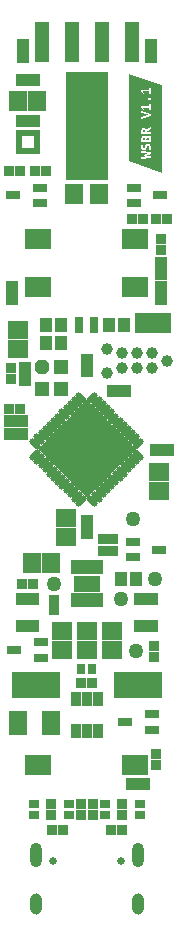
<source format=gbr>
%TF.GenerationSoftware,Altium Limited,Altium Designer,24.2.2 (26)*%
G04 Layer_Color=8388736*
%FSLAX45Y45*%
%MOMM*%
%TF.SameCoordinates,505FE19A-96A0-4540-A324-069B6CBC3D10*%
%TF.FilePolarity,Negative*%
%TF.FileFunction,Soldermask,Top*%
%TF.Part,Single*%
G01*
G75*
%TA.AperFunction,ComponentPad*%
G04:AMPARAMS|DCode=45|XSize=1mm|YSize=1.8mm|CornerRadius=0.5mm|HoleSize=0mm|Usage=FLASHONLY|Rotation=180.000|XOffset=0mm|YOffset=0mm|HoleType=Round|Shape=RoundedRectangle|*
%AMROUNDEDRECTD45*
21,1,1.00000,0.80000,0,0,180.0*
21,1,0.00000,1.80000,0,0,180.0*
1,1,1.00000,0.00000,0.40000*
1,1,1.00000,0.00000,0.40000*
1,1,1.00000,0.00000,-0.40000*
1,1,1.00000,0.00000,-0.40000*
%
%ADD45ROUNDEDRECTD45*%
G04:AMPARAMS|DCode=46|XSize=1mm|YSize=2.1mm|CornerRadius=0.5mm|HoleSize=0mm|Usage=FLASHONLY|Rotation=180.000|XOffset=0mm|YOffset=0mm|HoleType=Round|Shape=RoundedRectangle|*
%AMROUNDEDRECTD46*
21,1,1.00000,1.10000,0,0,180.0*
21,1,0.00000,2.10000,0,0,180.0*
1,1,1.00000,0.00000,0.55000*
1,1,1.00000,0.00000,0.55000*
1,1,1.00000,0.00000,-0.55000*
1,1,1.00000,0.00000,-0.55000*
%
%ADD46ROUNDEDRECTD46*%
%ADD47C,0.65000*%
%ADD48C,1.00000*%
%TA.AperFunction,SMDPad,CuDef*%
%ADD68R,0.98000X0.98000*%
%ADD69P,8.28729X4X360.0*%
G04:AMPARAMS|DCode=70|XSize=0.51mm|YSize=1.11mm|CornerRadius=0mm|HoleSize=0mm|Usage=FLASHONLY|Rotation=315.000|XOffset=0mm|YOffset=0mm|HoleType=Round|Shape=Round|*
%AMOVALD70*
21,1,0.60000,0.51000,0.00000,0.00000,45.0*
1,1,0.51000,-0.21213,-0.21213*
1,1,0.51000,0.21213,0.21213*
%
%ADD70OVALD70*%

G04:AMPARAMS|DCode=71|XSize=0.51mm|YSize=1.11mm|CornerRadius=0mm|HoleSize=0mm|Usage=FLASHONLY|Rotation=45.000|XOffset=0mm|YOffset=0mm|HoleType=Round|Shape=Round|*
%AMOVALD71*
21,1,0.60000,0.51000,0.00000,0.00000,135.0*
1,1,0.51000,0.21213,-0.21213*
1,1,0.51000,-0.21213,0.21213*
%
%ADD71OVALD71*%

%TA.AperFunction,BGAPad,CuDef*%
%ADD72C,1.00320*%
%TA.AperFunction,SMDPad,CuDef*%
%ADD73R,1.16000X1.26000*%
G04:AMPARAMS|DCode=74|XSize=1.16mm|YSize=1.26mm|CornerRadius=0mm|HoleSize=0mm|Usage=FLASHONLY|Rotation=0.000|XOffset=0mm|YOffset=0mm|HoleType=Round|Shape=Octagon|*
%AMOCTAGOND74*
4,1,8,-0.29000,0.63000,0.29000,0.63000,0.58000,0.34000,0.58000,-0.34000,0.29000,-0.63000,-0.29000,-0.63000,-0.58000,-0.34000,-0.58000,0.34000,-0.29000,0.63000,0.0*
%
%ADD74OCTAGOND74*%

%ADD75R,3.66360X9.25160*%
%ADD76R,1.55540X1.65700*%
%ADD77R,2.26000X1.76000*%
%ADD78R,0.98000X0.98000*%
%ADD79R,1.28000X3.43000*%
%ADD80R,1.56000X1.71000*%
%ADD81R,1.56000X2.06000*%
%ADD82R,1.71000X1.56000*%
%ADD83R,0.66000X1.11000*%
%ADD84R,0.81000X0.81000*%
%ADD85R,0.81000X0.81000*%
%ADD86R,0.86000X1.26000*%
%ADD87R,0.51000X1.21000*%
%ADD88R,2.26000X1.45000*%
%ADD89R,1.06000X1.21000*%
%ADD90C,1.26000*%
%ADD91R,4.06000X2.29000*%
%ADD92R,1.16000X0.76000*%
%ADD93R,0.51000X0.53500*%
%ADD94R,0.53500X0.51000*%
%ADD95R,0.76000X0.96000*%
%ADD96R,0.96000X0.76000*%
%ADD97R,0.76000X0.66000*%
%TA.AperFunction,ViaPad*%
%ADD98C,0.86000*%
G36*
X4540000Y9180000D02*
Y8840000D01*
Y8440000D01*
X4260000Y8540000D01*
Y9280000D01*
X4540000Y9180000D01*
D02*
G37*
%LPC*%
G36*
X4439430Y9161853D02*
X4426354D01*
Y9144553D01*
X4359968D01*
Y9161853D01*
D01*
Y9107135D01*
X4439430D01*
X4373145D01*
X4385215Y9111963D01*
X4375559Y9129465D01*
X4426354D01*
Y9109348D01*
X4439430D01*
Y9161853D01*
D02*
G37*
G36*
X4440838Y9077765D02*
D01*
Y9065795D01*
X4440737Y9067606D01*
X4440536Y9068411D01*
X4440335Y9069115D01*
X4440234Y9069718D01*
X4440033Y9070121D01*
X4439932Y9070422D01*
Y9070523D01*
X4439128Y9072032D01*
X4438725Y9072635D01*
X4438323Y9073239D01*
X4438021Y9073641D01*
X4437720Y9073943D01*
X4437518Y9074144D01*
X4437418Y9074244D01*
X4436110Y9075351D01*
X4434903Y9076156D01*
X4434400Y9076357D01*
X4433998Y9076558D01*
X4433797Y9076759D01*
X4433696D01*
X4432087Y9077363D01*
X4430679Y9077664D01*
X4430075Y9077765D01*
X4429170D01*
X4427359Y9077564D01*
X4426555Y9077463D01*
X4425951Y9077262D01*
X4425348Y9077061D01*
X4424945Y9076960D01*
X4424644Y9076759D01*
X4424543D01*
X4423034Y9075954D01*
X4422330Y9075552D01*
X4421827Y9075150D01*
X4421324Y9074848D01*
X4421023Y9074546D01*
X4420821Y9074345D01*
X4420721Y9074244D01*
X4419614Y9073037D01*
X4418810Y9071830D01*
X4418609Y9071328D01*
X4418407Y9070925D01*
X4418206Y9070623D01*
Y9070523D01*
X4417603Y9068813D01*
X4417402Y9068008D01*
X4417301Y9067304D01*
X4417200Y9066701D01*
Y9065795D01*
X4417402Y9064086D01*
X4417502Y9063281D01*
X4417703Y9062677D01*
X4417905Y9062074D01*
X4418005Y9061671D01*
X4418206Y9061370D01*
Y9061269D01*
X4419011Y9059760D01*
X4419816Y9058654D01*
X4420117Y9058151D01*
X4420419Y9057849D01*
X4420620Y9057648D01*
X4420721Y9057548D01*
X4422028Y9056542D01*
X4423236Y9055737D01*
X4423738Y9055536D01*
X4424141Y9055335D01*
X4424443Y9055134D01*
X4424543D01*
X4426152Y9054631D01*
X4427661Y9054329D01*
X4428265D01*
X4428768Y9054228D01*
X4417200D01*
X4440838D01*
Y9077765D01*
D02*
G37*
G36*
X4439430Y9025864D02*
X4426354D01*
Y9008563D01*
X4359968D01*
Y8996191D01*
X4373145Y8971146D01*
X4359968D01*
D01*
X4439430D01*
Y9025864D01*
D02*
G37*
G36*
Y8964105D02*
Y8939864D01*
X4360471Y8964105D01*
Y8948313D01*
X4407142Y8935036D01*
X4423638Y8930611D01*
X4408047Y8926285D01*
X4360471Y8913008D01*
Y8896211D01*
X4439430Y8920250D01*
Y8964105D01*
D02*
G37*
G36*
Y8825199D02*
X4412976Y8812626D01*
X4411165Y8811720D01*
X4409657Y8810815D01*
X4408349Y8810010D01*
X4407243Y8809306D01*
X4406438Y8808703D01*
X4405834Y8808200D01*
X4405432Y8807898D01*
X4405332Y8807797D01*
X4404426Y8806892D01*
X4403622Y8805987D01*
X4403119Y8805082D01*
X4402616Y8804277D01*
X4402314Y8803472D01*
X4402113Y8802969D01*
X4402012Y8802567D01*
Y8802467D01*
X4401711Y8803875D01*
X4401409Y8805082D01*
X4401107Y8806289D01*
X4400705Y8807295D01*
X4400403Y8808099D01*
X4400101Y8808803D01*
X4400001Y8809206D01*
X4399900Y8809306D01*
X4399297Y8810513D01*
X4398693Y8811519D01*
X4397989Y8812424D01*
X4397385Y8813229D01*
X4396782Y8813833D01*
X4396380Y8814335D01*
X4396078Y8814637D01*
X4395977Y8814738D01*
X4394971Y8815542D01*
X4393966Y8816247D01*
X4393060Y8816951D01*
X4392155Y8817454D01*
X4391350Y8817856D01*
X4390747Y8818158D01*
X4390244Y8818258D01*
X4390143Y8818359D01*
X4388836Y8818761D01*
X4387428Y8819163D01*
X4386120Y8819365D01*
X4384913Y8819465D01*
X4383907Y8819566D01*
X4383002Y8819666D01*
X4382499D01*
X4382298D01*
X4380085Y8819566D01*
X4378174Y8819365D01*
X4376464Y8818962D01*
X4374955Y8818661D01*
X4373748Y8818258D01*
X4372843Y8817856D01*
X4372340Y8817655D01*
X4372139Y8817554D01*
X4370630Y8816749D01*
X4369322Y8815844D01*
X4368115Y8814838D01*
X4367210Y8813933D01*
X4366406Y8813128D01*
X4365903Y8812424D01*
X4365500Y8812022D01*
X4365400Y8811821D01*
X4364494Y8810413D01*
X4363690Y8808803D01*
X4363086Y8807295D01*
X4362583Y8805886D01*
X4362181Y8804679D01*
X4361879Y8803674D01*
X4361779Y8803271D01*
X4361678Y8802969D01*
Y8802768D01*
X4361276Y8800757D01*
X4360974Y8798644D01*
X4360773Y8796633D01*
X4360572Y8794822D01*
Y8793213D01*
X4360471Y8792609D01*
Y8767966D01*
X4439430D01*
Y8782853D01*
X4406740D01*
Y8785669D01*
X4406840Y8787077D01*
X4407041Y8788284D01*
X4407343Y8789491D01*
X4407645Y8790396D01*
X4408047Y8791201D01*
X4408349Y8791805D01*
X4408550Y8792207D01*
X4408651Y8792308D01*
X4409355Y8793313D01*
X4410260Y8794219D01*
X4411165Y8794923D01*
X4412071Y8795526D01*
X4412875Y8796029D01*
X4413479Y8796331D01*
X4413881Y8796532D01*
X4414082Y8796633D01*
X4439430Y8807797D01*
Y8825199D01*
D02*
G37*
G36*
Y8755494D02*
D01*
Y8724011D01*
X4439329Y8726827D01*
X4439128Y8729443D01*
X4438826Y8731857D01*
X4438524Y8734069D01*
X4438021Y8736182D01*
X4437518Y8738093D01*
X4437016Y8739903D01*
X4436412Y8741412D01*
X4435809Y8742820D01*
X4435306Y8744027D01*
X4434803Y8745033D01*
X4434300Y8745838D01*
X4433998Y8746542D01*
X4433696Y8746944D01*
X4433495Y8747246D01*
X4433394Y8747346D01*
X4432187Y8748755D01*
X4430880Y8750062D01*
X4429472Y8751169D01*
X4428064Y8752074D01*
X4426555Y8752879D01*
X4425046Y8753482D01*
X4423537Y8754086D01*
X4422028Y8754488D01*
X4420721Y8754790D01*
X4419413Y8755091D01*
X4418307Y8755293D01*
X4417301Y8755393D01*
X4416396D01*
X4415792Y8755494D01*
X4360471D01*
X4413881D01*
X4412574Y8755293D01*
X4411467Y8755091D01*
X4410461Y8754890D01*
X4409556Y8754689D01*
X4408953Y8754488D01*
X4408550Y8754387D01*
X4408450Y8754287D01*
X4407343Y8753784D01*
X4406337Y8753281D01*
X4405432Y8752778D01*
X4404627Y8752275D01*
X4404024Y8751772D01*
X4403521Y8751370D01*
X4403219Y8751169D01*
X4403119Y8751068D01*
X4401509Y8749459D01*
X4400906Y8748654D01*
X4400403Y8747950D01*
X4400001Y8747346D01*
X4399699Y8746844D01*
X4399498Y8746441D01*
X4399397Y8746341D01*
X4398894Y8745335D01*
X4398492Y8744329D01*
X4398090Y8743424D01*
X4397888Y8742518D01*
X4397687Y8741814D01*
X4397587Y8741211D01*
X4397486Y8740809D01*
Y8740708D01*
X4397084Y8741814D01*
X4396581Y8742820D01*
X4396078Y8743625D01*
X4395575Y8744430D01*
X4395173Y8745033D01*
X4394871Y8745435D01*
X4394670Y8745737D01*
X4394569Y8745838D01*
X4393161Y8747346D01*
X4392457Y8747950D01*
X4391853Y8748453D01*
X4391250Y8748855D01*
X4390847Y8749258D01*
X4390546Y8749358D01*
X4390445Y8749459D01*
X4388635Y8750465D01*
X4387729Y8750867D01*
X4386925Y8751169D01*
X4386321Y8751370D01*
X4385818Y8751571D01*
X4385416Y8751672D01*
X4385315D01*
X4383203Y8752074D01*
X4382197Y8752175D01*
X4381292Y8752275D01*
X4380588Y8752376D01*
X4379984D01*
X4379582D01*
X4379481D01*
X4377772Y8752275D01*
X4376162Y8752074D01*
X4374653Y8751772D01*
X4373245Y8751370D01*
X4371938Y8750766D01*
X4370731Y8750263D01*
X4369725Y8749660D01*
X4368719Y8749056D01*
X4367914Y8748352D01*
X4367210Y8747749D01*
X4366607Y8747246D01*
X4366104Y8746743D01*
X4365701Y8746240D01*
X4365400Y8745938D01*
X4365299Y8745737D01*
X4365199Y8745637D01*
X4364394Y8744329D01*
X4363589Y8742820D01*
X4362483Y8739602D01*
X4361578Y8736282D01*
X4361075Y8732963D01*
X4360873Y8731454D01*
X4360672Y8730046D01*
X4360572Y8728738D01*
Y8727632D01*
X4360471Y8726727D01*
Y8699971D01*
X4439430D01*
Y8755494D01*
D02*
G37*
G36*
X4416698Y8685890D02*
X4415591D01*
X4413881Y8685789D01*
X4412272Y8685588D01*
X4410864Y8685387D01*
X4409556Y8685085D01*
X4408651Y8684683D01*
X4407846Y8684481D01*
X4407444Y8684280D01*
X4407243Y8684180D01*
X4405935Y8683476D01*
X4404829Y8682772D01*
X4403722Y8682067D01*
X4402817Y8681363D01*
X4402113Y8680659D01*
X4401610Y8680257D01*
X4401208Y8679855D01*
X4401107Y8679754D01*
X4399297Y8677642D01*
X4398592Y8676636D01*
X4397888Y8675630D01*
X4397385Y8674825D01*
X4396983Y8674121D01*
X4396782Y8673719D01*
X4396681Y8673518D01*
X4395374Y8671003D01*
X4394871Y8669796D01*
X4394368Y8668690D01*
X4393966Y8667785D01*
X4393664Y8666980D01*
X4393563Y8666578D01*
X4393463Y8666376D01*
X4392457Y8663761D01*
X4392054Y8662554D01*
X4391652Y8661448D01*
X4391350Y8660542D01*
X4391049Y8659838D01*
X4390948Y8659436D01*
X4390847Y8659235D01*
X4390345Y8658028D01*
X4389942Y8656821D01*
X4389439Y8655815D01*
X4389037Y8654910D01*
X4388735Y8654105D01*
X4388433Y8653602D01*
X4388333Y8653200D01*
X4388232Y8653099D01*
X4387629Y8652093D01*
X4387126Y8651289D01*
X4386522Y8650484D01*
X4386019Y8649881D01*
X4385617Y8649378D01*
X4385315Y8648975D01*
X4385114Y8648774D01*
X4385014Y8648674D01*
X4384309Y8648171D01*
X4383605Y8647768D01*
X4382801Y8647467D01*
X4382197Y8647265D01*
X4381594Y8647165D01*
X4381091Y8647064D01*
X4380789D01*
X4380688D01*
X4379280Y8647165D01*
X4378174Y8647467D01*
X4377772Y8647567D01*
X4377470Y8647668D01*
X4377269Y8647768D01*
X4377168D01*
X4375961Y8648472D01*
X4375156Y8649378D01*
X4374553Y8649981D01*
X4374352Y8650182D01*
Y8650283D01*
X4373648Y8651792D01*
X4373044Y8653200D01*
X4372843Y8653904D01*
X4372742Y8654407D01*
X4372642Y8654709D01*
Y8654809D01*
X4372441Y8655916D01*
X4372239Y8657022D01*
X4372139Y8658128D01*
X4372038Y8659134D01*
X4371938Y8660040D01*
Y8663158D01*
X4372038Y8663862D01*
Y8664566D01*
X4372139Y8665169D01*
Y8665672D01*
X4372239Y8665974D01*
Y8666075D01*
X4372441Y8667885D01*
X4372541Y8668790D01*
X4372642Y8669494D01*
X4372742Y8670098D01*
X4372843Y8670601D01*
X4372944Y8670903D01*
Y8671003D01*
X4373245Y8672814D01*
X4373446Y8673618D01*
X4373547Y8674323D01*
X4373748Y8674926D01*
X4373849Y8675328D01*
X4373949Y8675630D01*
Y8675731D01*
X4374452Y8677340D01*
X4374653Y8678145D01*
X4374855Y8678748D01*
X4374955Y8679251D01*
X4375156Y8679754D01*
X4375257Y8679955D01*
Y8680056D01*
X4361678D01*
X4361376Y8678547D01*
X4361075Y8677139D01*
X4360974Y8676535D01*
X4360873Y8676133D01*
X4360773Y8675831D01*
Y8675731D01*
X4360471Y8674021D01*
X4360270Y8673216D01*
X4360169Y8672411D01*
X4360069Y8671808D01*
Y8671305D01*
X4359968Y8671003D01*
Y8670903D01*
X4359767Y8669092D01*
X4359666Y8668187D01*
X4359566Y8667382D01*
Y8666779D01*
X4359465Y8666175D01*
Y8665773D01*
X4359264Y8663962D01*
Y8663158D01*
X4359163Y8662454D01*
Y8660945D01*
X4359264Y8658028D01*
X4359465Y8655413D01*
X4359767Y8653099D01*
X4360069Y8651088D01*
X4360270Y8650182D01*
X4360471Y8649378D01*
X4360672Y8648774D01*
X4360773Y8648171D01*
X4360873Y8647768D01*
X4360974Y8647467D01*
X4361075Y8647265D01*
Y8647165D01*
X4361779Y8645153D01*
X4362583Y8643343D01*
X4363388Y8641733D01*
X4364193Y8640426D01*
X4364897Y8639319D01*
X4365500Y8638615D01*
X4365903Y8638112D01*
X4366003Y8637911D01*
X4367210Y8636604D01*
X4368417Y8635598D01*
X4369725Y8634592D01*
X4370831Y8633888D01*
X4371837Y8633284D01*
X4372642Y8632882D01*
X4373145Y8632681D01*
X4373346Y8632580D01*
X4374855Y8632077D01*
X4376464Y8631675D01*
X4377973Y8631373D01*
X4379280Y8631172D01*
X4380387Y8631071D01*
X4381292Y8630971D01*
X4381895D01*
X4381996D01*
X4382097D01*
X4383907Y8631071D01*
X4385617Y8631273D01*
X4387126Y8631474D01*
X4388433Y8631775D01*
X4389439Y8632077D01*
X4390244Y8632379D01*
X4390646Y8632480D01*
X4390847Y8632580D01*
X4392155Y8633284D01*
X4393261Y8633988D01*
X4394368Y8634692D01*
X4395273Y8635396D01*
X4395977Y8636101D01*
X4396480Y8636604D01*
X4396882Y8636905D01*
X4396983Y8637006D01*
X4398794Y8639118D01*
X4399498Y8640124D01*
X4400202Y8641130D01*
X4400705Y8641934D01*
X4401107Y8642538D01*
X4401308Y8643041D01*
X4401409Y8643141D01*
X4402616Y8645757D01*
X4403119Y8646964D01*
X4403622Y8647969D01*
X4404024Y8648875D01*
X4404326Y8649579D01*
X4404426Y8649981D01*
X4404527Y8650182D01*
X4405432Y8652798D01*
X4405935Y8654005D01*
X4406237Y8655111D01*
X4406539Y8655916D01*
X4406840Y8656620D01*
X4406941Y8657123D01*
X4407041Y8657223D01*
X4407544Y8658531D01*
X4407947Y8659637D01*
X4408450Y8660744D01*
X4408852Y8661649D01*
X4409254Y8662454D01*
X4409455Y8662957D01*
X4409657Y8663359D01*
X4409757Y8663459D01*
X4410361Y8664465D01*
X4410964Y8665270D01*
X4411568Y8666075D01*
X4412071Y8666678D01*
X4412574Y8667181D01*
X4412976Y8667583D01*
X4413177Y8667785D01*
X4413278Y8667885D01*
X4413982Y8668489D01*
X4414786Y8668891D01*
X4415692Y8669193D01*
X4416396Y8669394D01*
X4417100Y8669494D01*
X4417603Y8669595D01*
X4418005D01*
X4418106D01*
X4419614Y8669494D01*
X4420821Y8669193D01*
X4421324Y8668992D01*
X4421727Y8668790D01*
X4421928Y8668690D01*
X4422028D01*
X4422632Y8668388D01*
X4423236Y8667885D01*
X4424141Y8667080D01*
X4424543Y8666578D01*
X4424845Y8666276D01*
X4424945Y8666075D01*
X4425046Y8665974D01*
X4425448Y8665169D01*
X4425851Y8664365D01*
X4426454Y8662755D01*
X4426655Y8662152D01*
X4426857Y8661548D01*
X4426957Y8661146D01*
Y8661045D01*
X4427158Y8659939D01*
X4427359Y8658732D01*
X4427460Y8657525D01*
X4427561Y8656419D01*
X4427661Y8655413D01*
Y8653904D01*
X4427561Y8651792D01*
Y8650786D01*
X4427460Y8649981D01*
Y8649177D01*
X4427359Y8648573D01*
Y8648070D01*
X4427058Y8645857D01*
X4426857Y8644851D01*
X4426655Y8643846D01*
X4426555Y8643041D01*
X4426454Y8642437D01*
X4426354Y8642035D01*
Y8641934D01*
X4425851Y8639722D01*
X4425650Y8638716D01*
X4425448Y8637811D01*
X4425247Y8637006D01*
X4425046Y8636402D01*
X4424945Y8636000D01*
Y8635899D01*
X4424241Y8633687D01*
X4423940Y8632781D01*
X4423638Y8631876D01*
X4423437Y8631172D01*
X4423236Y8630669D01*
X4423034Y8630267D01*
Y8630166D01*
X4359163D01*
D01*
X4440838D01*
D01*
X4437720D01*
X4438323Y8632278D01*
X4438826Y8634290D01*
X4439228Y8636201D01*
X4439530Y8638012D01*
X4439832Y8639420D01*
X4440033Y8640526D01*
Y8640929D01*
X4440134Y8641230D01*
Y8641532D01*
X4440335Y8643745D01*
X4440536Y8645857D01*
X4440637Y8647869D01*
X4440737Y8649780D01*
X4440838Y8651289D01*
Y8653602D01*
X4440737Y8656217D01*
X4440637Y8658631D01*
X4440335Y8660844D01*
X4440033Y8662755D01*
X4439832Y8664365D01*
X4439631Y8664968D01*
X4439530Y8665572D01*
X4439430Y8665974D01*
Y8666276D01*
X4439329Y8666477D01*
Y8666578D01*
X4438725Y8668690D01*
X4438021Y8670701D01*
X4437217Y8672411D01*
X4436513Y8673920D01*
X4435809Y8675127D01*
X4435306Y8676032D01*
X4434903Y8676535D01*
X4434803Y8676737D01*
X4433596Y8678245D01*
X4432288Y8679653D01*
X4430980Y8680760D01*
X4429673Y8681766D01*
X4428566Y8682470D01*
X4427762Y8683073D01*
X4427158Y8683375D01*
X4427058Y8683476D01*
X4426957D01*
X4425046Y8684280D01*
X4423135Y8684884D01*
X4421224Y8685286D01*
X4419413Y8685588D01*
X4417905Y8685789D01*
X4417301D01*
X4416698Y8685890D01*
D02*
G37*
G36*
X4439430Y8622321D02*
D01*
Y8617895D01*
X4360471Y8622321D01*
Y8609647D01*
X4412574Y8607736D01*
X4424845Y8607434D01*
X4414384Y8604517D01*
X4384511Y8595263D01*
Y8585909D01*
X4412674Y8577158D01*
X4424945Y8573537D01*
X4411165Y8573135D01*
X4360471Y8571224D01*
Y8558148D01*
X4439430Y8562574D01*
Y8558148D01*
Y8622321D01*
D02*
G37*
G36*
X4270001Y9170000D02*
X4270000D01*
Y8550000D01*
X4530000D01*
Y8550001D01*
X4270001D01*
Y9170000D01*
D02*
G37*
%LPD*%
G36*
X4373145Y9107135D02*
X4359968D01*
Y9132181D01*
X4373145Y9107135D01*
D02*
G37*
G36*
X4440838Y9054228D02*
X4429170D01*
X4430880Y9054329D01*
X4431685Y9054530D01*
X4432288Y9054731D01*
X4432892Y9054832D01*
X4433294Y9055033D01*
X4433596Y9055134D01*
X4433696D01*
X4435205Y9055938D01*
X4436311Y9056642D01*
X4436814Y9057045D01*
X4437116Y9057346D01*
X4437317Y9057447D01*
X4437418Y9057548D01*
X4438524Y9058855D01*
X4439228Y9060062D01*
X4439530Y9060565D01*
X4439731Y9060967D01*
X4439932Y9061169D01*
Y9061269D01*
X4440435Y9062878D01*
X4440737Y9064287D01*
Y9064890D01*
X4440838Y9065393D01*
Y9054228D01*
D02*
G37*
G36*
X4426354Y8973359D02*
X4439430D01*
Y8971146D01*
X4373145D01*
X4385215Y8975974D01*
X4375559Y8993476D01*
X4426354D01*
Y8973359D01*
D02*
G37*
G36*
X4385718Y8803875D02*
X4386522Y8803774D01*
X4387327Y8803573D01*
X4387931Y8803372D01*
X4388333Y8803171D01*
X4388635Y8803070D01*
X4388735Y8802969D01*
X4390143Y8802064D01*
X4391350Y8800958D01*
X4391753Y8800555D01*
X4392054Y8800153D01*
X4392256Y8799952D01*
X4392356Y8799851D01*
X4393261Y8798242D01*
X4393966Y8796733D01*
X4394167Y8796029D01*
X4394368Y8795526D01*
X4394468Y8795124D01*
Y8795023D01*
X4394871Y8792911D01*
X4394971Y8791905D01*
X4395072Y8790899D01*
X4395173Y8790095D01*
Y8782853D01*
X4372843D01*
Y8789290D01*
X4372944Y8791905D01*
X4373245Y8794118D01*
X4373648Y8796029D01*
X4374151Y8797538D01*
X4374653Y8798745D01*
X4375056Y8799650D01*
X4375358Y8800153D01*
X4375458Y8800354D01*
X4376565Y8801561D01*
X4377772Y8802467D01*
X4379180Y8803171D01*
X4380588Y8803573D01*
X4381795Y8803875D01*
X4382901Y8803975D01*
X4383203Y8804076D01*
X4383505D01*
X4383706D01*
X4383807D01*
X4384812D01*
X4385718Y8803875D01*
D02*
G37*
G36*
X4417301Y8739300D02*
X4418106Y8739199D01*
X4418810Y8738998D01*
X4419413Y8738797D01*
X4419816Y8738696D01*
X4420117Y8738495D01*
X4420218D01*
X4421727Y8737690D01*
X4422833Y8736785D01*
X4423336Y8736383D01*
X4423638Y8736081D01*
X4423839Y8735880D01*
X4423940Y8735779D01*
X4425046Y8734271D01*
X4425750Y8732862D01*
X4426052Y8732259D01*
X4426253Y8731756D01*
X4426454Y8731354D01*
Y8731253D01*
X4426957Y8729141D01*
X4427058Y8728135D01*
X4427158Y8727129D01*
X4427259Y8726324D01*
Y8714757D01*
X4404527D01*
Y8723910D01*
X4404627Y8726626D01*
X4404929Y8729040D01*
X4405432Y8731052D01*
X4405935Y8732661D01*
X4406539Y8733969D01*
X4406941Y8734874D01*
X4407343Y8735377D01*
X4407444Y8735578D01*
X4408651Y8736886D01*
X4409958Y8737892D01*
X4411266Y8738596D01*
X4412574Y8738998D01*
X4413680Y8739300D01*
X4414686Y8739400D01*
X4415289Y8739501D01*
X4415390D01*
X4415491D01*
X4417301Y8739300D01*
D02*
G37*
G36*
X4383706Y8736785D02*
X4384511Y8736685D01*
X4385114Y8736584D01*
X4385617Y8736383D01*
X4386019Y8736282D01*
X4386321Y8736182D01*
X4386422D01*
X4387729Y8735478D01*
X4388936Y8734773D01*
X4389339Y8734371D01*
X4389640Y8734170D01*
X4389842Y8733969D01*
X4389942Y8733868D01*
X4390948Y8732561D01*
X4391753Y8731253D01*
X4391954Y8730650D01*
X4392155Y8730147D01*
X4392356Y8729845D01*
Y8729744D01*
X4392859Y8727733D01*
X4392960Y8726727D01*
X4393060Y8725822D01*
X4393161Y8724916D01*
Y8714757D01*
X4372239D01*
Y8725017D01*
X4372340Y8726123D01*
X4372441Y8727129D01*
X4372541Y8728034D01*
X4372742Y8728738D01*
X4372843Y8729241D01*
X4372944Y8729543D01*
Y8729644D01*
X4373245Y8730549D01*
X4373547Y8731354D01*
X4373849Y8732058D01*
X4374251Y8732661D01*
X4374452Y8733164D01*
X4374754Y8733466D01*
X4374855Y8733667D01*
X4374955Y8733768D01*
X4375961Y8734773D01*
X4376967Y8735578D01*
X4377470Y8735779D01*
X4377772Y8735980D01*
X4377973Y8736081D01*
X4378073D01*
X4379481Y8736584D01*
X4380789Y8736785D01*
X4381292Y8736886D01*
X4381694D01*
X4381996D01*
X4382097D01*
X4383706Y8736785D01*
D02*
G37*
G36*
X4439430Y8579271D02*
X4415289Y8587016D01*
X4405130Y8589731D01*
X4415088Y8592548D01*
X4439430Y8600393D01*
Y8579271D01*
D02*
G37*
D45*
X4332000Y2249500D02*
D03*
X3468000D02*
D03*
D46*
X4332000Y2667500D02*
D03*
X3468000D02*
D03*
D47*
X4189000Y2617500D02*
D03*
X3611000D02*
D03*
D48*
X4580000Y6850000D02*
D03*
X4072000Y6748500D02*
D03*
Y6951500D02*
D03*
D68*
X4590000Y6090000D02*
D03*
X4490000D02*
D03*
X3450000Y8880000D02*
D03*
X3350000D02*
D03*
Y9230000D02*
D03*
X3450000D02*
D03*
X4280000Y3270000D02*
D03*
X4380000D02*
D03*
X3350000Y6230000D02*
D03*
X3250000D02*
D03*
X4120000Y6590000D02*
D03*
X4220000D02*
D03*
X3250000Y6340000D02*
D03*
X3350000D02*
D03*
D69*
X3900000Y6100000D02*
D03*
D70*
X3947730Y6536638D02*
D03*
X3983085Y6501283D02*
D03*
X4018441Y6465928D02*
D03*
X4053796Y6430572D02*
D03*
X4089151Y6395217D02*
D03*
X4124506Y6359862D02*
D03*
X4159862Y6324506D02*
D03*
X4195217Y6289151D02*
D03*
X4230572Y6253796D02*
D03*
X4265928Y6218440D02*
D03*
X4301283Y6183085D02*
D03*
X4336639Y6147730D02*
D03*
X3852270Y5663362D02*
D03*
X3816915Y5698717D02*
D03*
X3781560Y5734072D02*
D03*
X3746204Y5769428D02*
D03*
X3710849Y5804783D02*
D03*
X3675494Y5840138D02*
D03*
X3640139Y5875494D02*
D03*
X3604783Y5910849D02*
D03*
X3569428Y5946204D02*
D03*
X3534072Y5981560D02*
D03*
X3498717Y6016915D02*
D03*
X3463362Y6052270D02*
D03*
D71*
X4336639D02*
D03*
X4301283Y6016915D02*
D03*
X4265928Y5981560D02*
D03*
X4230572Y5946204D02*
D03*
X4195217Y5910849D02*
D03*
X4159862Y5875494D02*
D03*
X4124506Y5840138D02*
D03*
X4089151Y5804783D02*
D03*
X4053796Y5769428D02*
D03*
X4018440Y5734072D02*
D03*
X3983085Y5698717D02*
D03*
X3947730Y5663362D02*
D03*
X3463362Y6147730D02*
D03*
X3498717Y6183085D02*
D03*
X3534072Y6218440D02*
D03*
X3569428Y6253796D02*
D03*
X3604783Y6289151D02*
D03*
X3640139Y6324506D02*
D03*
X3675494Y6359862D02*
D03*
X3710849Y6395217D02*
D03*
X3746204Y6430572D02*
D03*
X3781560Y6465928D02*
D03*
X3816915Y6501283D02*
D03*
X3852270Y6536638D02*
D03*
D72*
X4453000Y6913500D02*
D03*
Y6786500D02*
D03*
X4326000Y6913500D02*
D03*
Y6786500D02*
D03*
X4199000Y6913500D02*
D03*
Y6786500D02*
D03*
D73*
X3677500Y6607500D02*
D03*
Y6792500D02*
D03*
X3522500Y6607500D02*
D03*
D74*
Y6792500D02*
D03*
D75*
X3900000Y8840000D02*
D03*
D76*
X3795000Y8260000D02*
D03*
X4005000D02*
D03*
D77*
X3490000Y7880000D02*
D03*
X4310000D02*
D03*
X3490000Y7470000D02*
D03*
X4310000D02*
D03*
X3490000Y3430000D02*
D03*
X4310000D02*
D03*
D78*
X4440000Y9520000D02*
D03*
Y9420000D02*
D03*
X3380000Y6690000D02*
D03*
Y6790000D02*
D03*
X4530000Y7680000D02*
D03*
Y7580000D02*
D03*
X3360000Y9520000D02*
D03*
Y9420000D02*
D03*
X3270000Y7370000D02*
D03*
Y7470000D02*
D03*
X3900000Y6860000D02*
D03*
Y6760000D02*
D03*
Y5490000D02*
D03*
Y5390000D02*
D03*
X4530000Y7470000D02*
D03*
Y7370000D02*
D03*
D79*
X4281000Y9544700D02*
D03*
X4027000D02*
D03*
X3773000D02*
D03*
X3519000D02*
D03*
D80*
X3320000Y9050000D02*
D03*
X3480000D02*
D03*
X3440000Y5140000D02*
D03*
X3600000D02*
D03*
X4380000Y7170000D02*
D03*
X4540000D02*
D03*
D81*
X3600000Y3780000D02*
D03*
X3320000D02*
D03*
D82*
Y6950000D02*
D03*
Y7110000D02*
D03*
X3690000Y4400000D02*
D03*
Y4560000D02*
D03*
X3900000Y4400000D02*
D03*
Y4560000D02*
D03*
X4110000D02*
D03*
Y4400000D02*
D03*
X3720000Y5520000D02*
D03*
Y5360000D02*
D03*
X4510000Y5910000D02*
D03*
Y5750000D02*
D03*
D83*
X3335000Y4832500D02*
D03*
X3400000D02*
D03*
X3465000D02*
D03*
Y4607500D02*
D03*
X3400000D02*
D03*
X3335000D02*
D03*
X4335000D02*
D03*
X4400000D02*
D03*
X4465000D02*
D03*
Y4832500D02*
D03*
X4400000D02*
D03*
X4335000D02*
D03*
D84*
X4575000Y8050000D02*
D03*
X4485000D02*
D03*
X4375000D02*
D03*
X4285000D02*
D03*
X3945000Y4120000D02*
D03*
X3855000D02*
D03*
X3245000Y6440000D02*
D03*
X3335000D02*
D03*
X3605000Y2880000D02*
D03*
X3695000D02*
D03*
X4195000D02*
D03*
X4105000D02*
D03*
X3335000Y8460000D02*
D03*
X3245000D02*
D03*
X3465000D02*
D03*
X3555000D02*
D03*
X4125000Y5340000D02*
D03*
X4035000D02*
D03*
X4125000Y5240000D02*
D03*
X4035000D02*
D03*
X3445000Y4960000D02*
D03*
X3355000D02*
D03*
D85*
X4200000Y3005000D02*
D03*
Y3095000D02*
D03*
X3600000Y3005000D02*
D03*
Y3095000D02*
D03*
X3950000Y3005000D02*
D03*
Y3095000D02*
D03*
X3850000Y3005000D02*
D03*
Y3095000D02*
D03*
X3260000Y6695000D02*
D03*
Y6785000D02*
D03*
X4490000Y3430000D02*
D03*
Y3520000D02*
D03*
X4530000Y7880000D02*
D03*
Y7790000D02*
D03*
X4470000Y4345000D02*
D03*
Y4435000D02*
D03*
X3620000Y4735000D02*
D03*
Y4825000D02*
D03*
D86*
X3995000Y3712500D02*
D03*
X3900000D02*
D03*
X3805000D02*
D03*
Y3987500D02*
D03*
X3900000D02*
D03*
X3995000D02*
D03*
D87*
X3787500Y4820500D02*
D03*
X3832500D02*
D03*
X3877500D02*
D03*
X3922500D02*
D03*
X3967500D02*
D03*
X4012500D02*
D03*
X3787500Y5099500D02*
D03*
X3832500D02*
D03*
X3877500D02*
D03*
X3922500D02*
D03*
X3967500D02*
D03*
X4012500D02*
D03*
D88*
X3900000Y4960000D02*
D03*
D89*
X3555000Y7150000D02*
D03*
X3685000D02*
D03*
X4215000D02*
D03*
X4085000D02*
D03*
X3555000Y7000000D02*
D03*
X3685000D02*
D03*
X4190000Y5000000D02*
D03*
X4320000D02*
D03*
D90*
X4290000Y5510000D02*
D03*
X4480000Y5000000D02*
D03*
X3620000Y4960000D02*
D03*
X4320000Y4390000D02*
D03*
X4190000Y4830000D02*
D03*
D91*
X4330000Y4100000D02*
D03*
X3470000D02*
D03*
D92*
X4522500Y8250000D02*
D03*
X4297500Y8185000D02*
D03*
Y8315000D02*
D03*
X3277500Y8250000D02*
D03*
X3502500Y8315000D02*
D03*
Y8185000D02*
D03*
X4227500Y3790000D02*
D03*
X4452500Y3855000D02*
D03*
Y3725000D02*
D03*
X3287500Y4400000D02*
D03*
X3512500Y4465000D02*
D03*
Y4335000D02*
D03*
X4512500Y5250000D02*
D03*
X4287500Y5185000D02*
D03*
Y5315000D02*
D03*
D93*
X3325000Y8623750D02*
D03*
X3375000D02*
D03*
X3425000D02*
D03*
X3475000D02*
D03*
Y8776250D02*
D03*
X3425000D02*
D03*
X3375000D02*
D03*
X3325000D02*
D03*
D94*
X3476250Y8674990D02*
D03*
Y8724990D02*
D03*
X3323750D02*
D03*
Y8674990D02*
D03*
D95*
X3855000Y4240000D02*
D03*
X3945000D02*
D03*
D96*
X3450000Y3095000D02*
D03*
Y3005000D02*
D03*
X3750000Y3095000D02*
D03*
Y3005000D02*
D03*
X4050000Y3095000D02*
D03*
Y3005000D02*
D03*
X4350000Y3095000D02*
D03*
Y3005000D02*
D03*
D97*
X3965000Y7115000D02*
D03*
X3835000D02*
D03*
X3965000Y7185000D02*
D03*
X3835000D02*
D03*
D98*
X3980000Y5910000D02*
D03*
X3820000D02*
D03*
X4160000Y6100000D02*
D03*
X3980000D02*
D03*
X3820000D02*
D03*
X3640000D02*
D03*
X3980000Y6290000D02*
D03*
X3820000D02*
D03*
%TF.MD5,740a4efa4187ad017d741cb1de3f4d25*%
M02*

</source>
